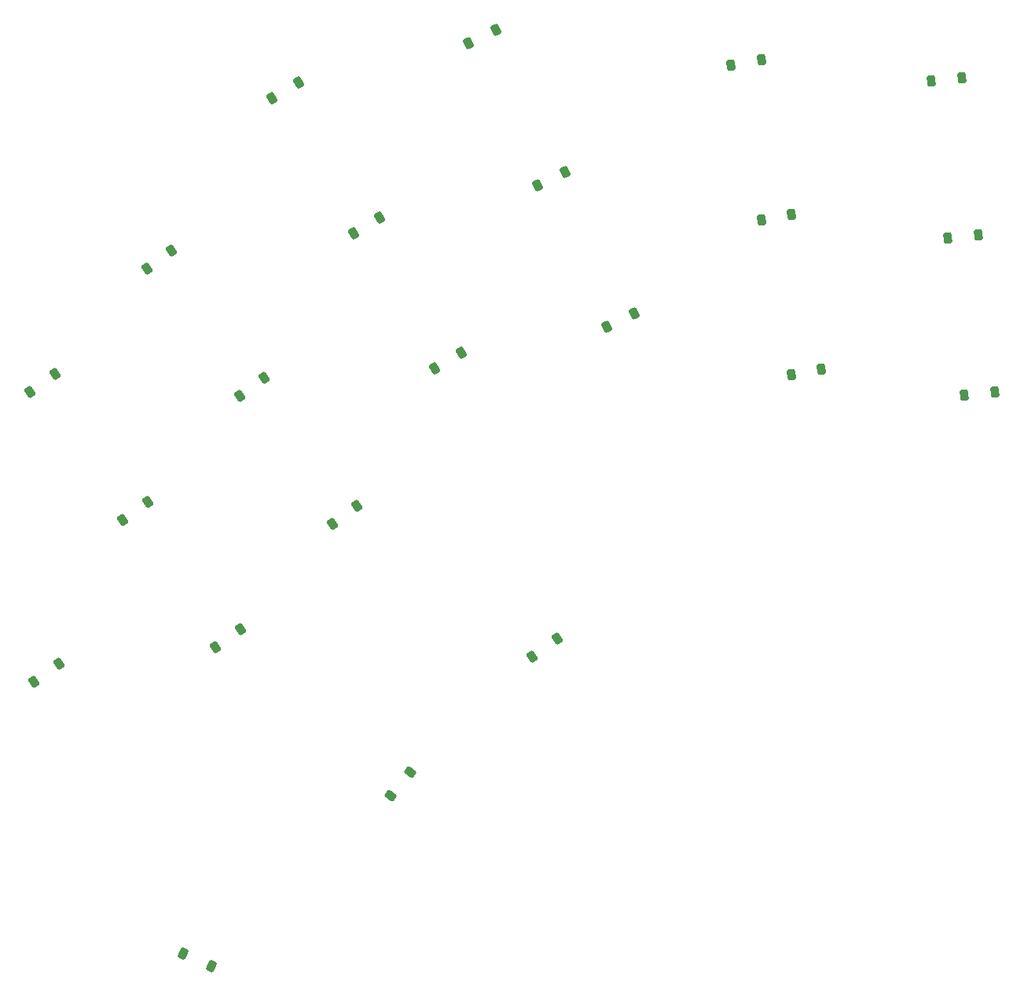
<source format=gtp>
G04 #@! TF.GenerationSoftware,KiCad,Pcbnew,8.0.3*
G04 #@! TF.CreationDate,2024-06-16T15:20:09+01:00*
G04 #@! TF.ProjectId,ykb,796b622e-6b69-4636-9164-5f7063625858,v1.0.0*
G04 #@! TF.SameCoordinates,Original*
G04 #@! TF.FileFunction,Paste,Top*
G04 #@! TF.FilePolarity,Positive*
%FSLAX46Y46*%
G04 Gerber Fmt 4.6, Leading zero omitted, Abs format (unit mm)*
G04 Created by KiCad (PCBNEW 8.0.3) date 2024-06-16 15:20:09*
%MOMM*%
%LPD*%
G01*
G04 APERTURE LIST*
G04 Aperture macros list*
%AMRoundRect*
0 Rectangle with rounded corners*
0 $1 Rounding radius*
0 $2 $3 $4 $5 $6 $7 $8 $9 X,Y pos of 4 corners*
0 Add a 4 corners polygon primitive as box body*
4,1,4,$2,$3,$4,$5,$6,$7,$8,$9,$2,$3,0*
0 Add four circle primitives for the rounded corners*
1,1,$1+$1,$2,$3*
1,1,$1+$1,$4,$5*
1,1,$1+$1,$6,$7*
1,1,$1+$1,$8,$9*
0 Add four rect primitives between the rounded corners*
20,1,$1+$1,$2,$3,$4,$5,0*
20,1,$1+$1,$4,$5,$6,$7,0*
20,1,$1+$1,$6,$7,$8,$9,0*
20,1,$1+$1,$8,$9,$2,$3,0*%
G04 Aperture macros list end*
%ADD10RoundRect,0.225000X-0.358074X-0.251064X0.053021X-0.434095X0.358074X0.251064X-0.053021X0.434095X0*%
%ADD11RoundRect,0.225000X0.149833X-0.410853X0.433027X-0.061137X-0.149833X0.410853X-0.433027X0.061137X0*%
%ADD12RoundRect,0.225000X0.038391X-0.435633X0.402448X-0.171130X-0.038391X0.435633X-0.402448X0.171130X0*%
%ADD13RoundRect,0.225000X0.000277X-0.437321X0.386002X-0.205554X-0.000277X0.437321X-0.386002X0.205554X0*%
%ADD14RoundRect,0.225000X-0.037839X-0.435681X0.366618X-0.238414X0.037839X0.435681X-0.366618X0.238414X0*%
%ADD15RoundRect,0.225000X-0.149313X-0.411042X0.292419X-0.325178X0.149313X0.411042X-0.292419X0.325178X0*%
%ADD16RoundRect,0.225000X-0.184569X-0.396465X0.262966X-0.349427X0.184569X0.396465X-0.262966X0.349427X0*%
G04 APERTURE END LIST*
D10*
G04 #@! TO.C,D44*
X275458966Y-217292106D03*
X278473666Y-218634336D03*
G04 #@! TD*
D11*
G04 #@! TO.C,D43*
X297806005Y-200296689D03*
X299882763Y-197732107D03*
G04 #@! TD*
D12*
G04 #@! TO.C,D42*
X313016923Y-185250733D03*
X315686679Y-183311041D03*
G04 #@! TD*
G04 #@! TO.C,D41*
X259374356Y-187976646D03*
X262044112Y-186036954D03*
G04 #@! TD*
G04 #@! TO.C,D40*
X258948138Y-156766578D03*
X261617894Y-154826886D03*
G04 #@! TD*
G04 #@! TO.C,D39*
X268940487Y-170519867D03*
X271610243Y-168580175D03*
G04 #@! TD*
G04 #@! TO.C,D38*
X278932837Y-184273156D03*
X281602593Y-182333464D03*
G04 #@! TD*
G04 #@! TO.C,D37*
X271511974Y-143435786D03*
X274181730Y-141496094D03*
G04 #@! TD*
G04 #@! TO.C,D36*
X281504323Y-157189075D03*
X284174079Y-155249383D03*
G04 #@! TD*
G04 #@! TO.C,D35*
X291496673Y-170942364D03*
X294166429Y-169002672D03*
G04 #@! TD*
D13*
G04 #@! TO.C,D34*
X285029865Y-125073885D03*
X287858517Y-123374259D03*
G04 #@! TD*
G04 #@! TO.C,D33*
X293785512Y-139645729D03*
X296614164Y-137946103D03*
G04 #@! TD*
G04 #@! TO.C,D32*
X302541160Y-154217573D03*
X305369812Y-152517947D03*
G04 #@! TD*
D14*
G04 #@! TO.C,D31*
X306145895Y-119169881D03*
X309111915Y-117723257D03*
G04 #@! TD*
G04 #@! TO.C,D30*
X313598205Y-134449380D03*
X316564225Y-133002756D03*
G04 #@! TD*
G04 #@! TO.C,D29*
X321050514Y-149728879D03*
X324016534Y-148282255D03*
G04 #@! TD*
D15*
G04 #@! TO.C,D28*
X334462564Y-121538512D03*
X337701934Y-120908842D03*
G04 #@! TD*
G04 #@! TO.C,D27*
X337706316Y-138226174D03*
X340945686Y-137596504D03*
G04 #@! TD*
G04 #@! TO.C,D26*
X340950069Y-154913837D03*
X344189439Y-154284167D03*
G04 #@! TD*
D16*
G04 #@! TO.C,D25*
X356065588Y-123251356D03*
X359347510Y-122906412D03*
G04 #@! TD*
G04 #@! TO.C,D24*
X357842572Y-140158228D03*
X361124494Y-139813284D03*
G04 #@! TD*
G04 #@! TO.C,D23*
X359619555Y-157065101D03*
X362901477Y-156720157D03*
G04 #@! TD*
M02*

</source>
